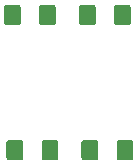
<source format=gtp>
G04 #@! TF.GenerationSoftware,KiCad,Pcbnew,5.1.2-f72e74a~84~ubuntu16.04.1*
G04 #@! TF.CreationDate,2019-07-13T03:40:42-04:00*
G04 #@! TF.ProjectId,arcade_joystick_pcb,61726361-6465-45f6-9a6f-79737469636b,rev?*
G04 #@! TF.SameCoordinates,Original*
G04 #@! TF.FileFunction,Paste,Top*
G04 #@! TF.FilePolarity,Positive*
%FSLAX46Y46*%
G04 Gerber Fmt 4.6, Leading zero omitted, Abs format (unit mm)*
G04 Created by KiCad (PCBNEW 5.1.2-f72e74a~84~ubuntu16.04.1) date 2019-07-13 03:40:42*
%MOMM*%
%LPD*%
G04 APERTURE LIST*
%ADD10C,0.100000*%
%ADD11C,1.425000*%
G04 APERTURE END LIST*
D10*
G36*
X129174504Y-95011204D02*
G01*
X129198773Y-95014804D01*
X129222571Y-95020765D01*
X129245671Y-95029030D01*
X129267849Y-95039520D01*
X129288893Y-95052133D01*
X129308598Y-95066747D01*
X129326777Y-95083223D01*
X129343253Y-95101402D01*
X129357867Y-95121107D01*
X129370480Y-95142151D01*
X129380970Y-95164329D01*
X129389235Y-95187429D01*
X129395196Y-95211227D01*
X129398796Y-95235496D01*
X129400000Y-95260000D01*
X129400000Y-96510000D01*
X129398796Y-96534504D01*
X129395196Y-96558773D01*
X129389235Y-96582571D01*
X129380970Y-96605671D01*
X129370480Y-96627849D01*
X129357867Y-96648893D01*
X129343253Y-96668598D01*
X129326777Y-96686777D01*
X129308598Y-96703253D01*
X129288893Y-96717867D01*
X129267849Y-96730480D01*
X129245671Y-96740970D01*
X129222571Y-96749235D01*
X129198773Y-96755196D01*
X129174504Y-96758796D01*
X129150000Y-96760000D01*
X128225000Y-96760000D01*
X128200496Y-96758796D01*
X128176227Y-96755196D01*
X128152429Y-96749235D01*
X128129329Y-96740970D01*
X128107151Y-96730480D01*
X128086107Y-96717867D01*
X128066402Y-96703253D01*
X128048223Y-96686777D01*
X128031747Y-96668598D01*
X128017133Y-96648893D01*
X128004520Y-96627849D01*
X127994030Y-96605671D01*
X127985765Y-96582571D01*
X127979804Y-96558773D01*
X127976204Y-96534504D01*
X127975000Y-96510000D01*
X127975000Y-95260000D01*
X127976204Y-95235496D01*
X127979804Y-95211227D01*
X127985765Y-95187429D01*
X127994030Y-95164329D01*
X128004520Y-95142151D01*
X128017133Y-95121107D01*
X128031747Y-95101402D01*
X128048223Y-95083223D01*
X128066402Y-95066747D01*
X128086107Y-95052133D01*
X128107151Y-95039520D01*
X128129329Y-95029030D01*
X128152429Y-95020765D01*
X128176227Y-95014804D01*
X128200496Y-95011204D01*
X128225000Y-95010000D01*
X129150000Y-95010000D01*
X129174504Y-95011204D01*
X129174504Y-95011204D01*
G37*
D11*
X128687500Y-95885000D03*
D10*
G36*
X132149504Y-95011204D02*
G01*
X132173773Y-95014804D01*
X132197571Y-95020765D01*
X132220671Y-95029030D01*
X132242849Y-95039520D01*
X132263893Y-95052133D01*
X132283598Y-95066747D01*
X132301777Y-95083223D01*
X132318253Y-95101402D01*
X132332867Y-95121107D01*
X132345480Y-95142151D01*
X132355970Y-95164329D01*
X132364235Y-95187429D01*
X132370196Y-95211227D01*
X132373796Y-95235496D01*
X132375000Y-95260000D01*
X132375000Y-96510000D01*
X132373796Y-96534504D01*
X132370196Y-96558773D01*
X132364235Y-96582571D01*
X132355970Y-96605671D01*
X132345480Y-96627849D01*
X132332867Y-96648893D01*
X132318253Y-96668598D01*
X132301777Y-96686777D01*
X132283598Y-96703253D01*
X132263893Y-96717867D01*
X132242849Y-96730480D01*
X132220671Y-96740970D01*
X132197571Y-96749235D01*
X132173773Y-96755196D01*
X132149504Y-96758796D01*
X132125000Y-96760000D01*
X131200000Y-96760000D01*
X131175496Y-96758796D01*
X131151227Y-96755196D01*
X131127429Y-96749235D01*
X131104329Y-96740970D01*
X131082151Y-96730480D01*
X131061107Y-96717867D01*
X131041402Y-96703253D01*
X131023223Y-96686777D01*
X131006747Y-96668598D01*
X130992133Y-96648893D01*
X130979520Y-96627849D01*
X130969030Y-96605671D01*
X130960765Y-96582571D01*
X130954804Y-96558773D01*
X130951204Y-96534504D01*
X130950000Y-96510000D01*
X130950000Y-95260000D01*
X130951204Y-95235496D01*
X130954804Y-95211227D01*
X130960765Y-95187429D01*
X130969030Y-95164329D01*
X130979520Y-95142151D01*
X130992133Y-95121107D01*
X131006747Y-95101402D01*
X131023223Y-95083223D01*
X131041402Y-95066747D01*
X131061107Y-95052133D01*
X131082151Y-95039520D01*
X131104329Y-95029030D01*
X131127429Y-95020765D01*
X131151227Y-95014804D01*
X131175496Y-95011204D01*
X131200000Y-95010000D01*
X132125000Y-95010000D01*
X132149504Y-95011204D01*
X132149504Y-95011204D01*
G37*
D11*
X131662500Y-95885000D03*
D10*
G36*
X138282004Y-83581204D02*
G01*
X138306273Y-83584804D01*
X138330071Y-83590765D01*
X138353171Y-83599030D01*
X138375349Y-83609520D01*
X138396393Y-83622133D01*
X138416098Y-83636747D01*
X138434277Y-83653223D01*
X138450753Y-83671402D01*
X138465367Y-83691107D01*
X138477980Y-83712151D01*
X138488470Y-83734329D01*
X138496735Y-83757429D01*
X138502696Y-83781227D01*
X138506296Y-83805496D01*
X138507500Y-83830000D01*
X138507500Y-85080000D01*
X138506296Y-85104504D01*
X138502696Y-85128773D01*
X138496735Y-85152571D01*
X138488470Y-85175671D01*
X138477980Y-85197849D01*
X138465367Y-85218893D01*
X138450753Y-85238598D01*
X138434277Y-85256777D01*
X138416098Y-85273253D01*
X138396393Y-85287867D01*
X138375349Y-85300480D01*
X138353171Y-85310970D01*
X138330071Y-85319235D01*
X138306273Y-85325196D01*
X138282004Y-85328796D01*
X138257500Y-85330000D01*
X137332500Y-85330000D01*
X137307996Y-85328796D01*
X137283727Y-85325196D01*
X137259929Y-85319235D01*
X137236829Y-85310970D01*
X137214651Y-85300480D01*
X137193607Y-85287867D01*
X137173902Y-85273253D01*
X137155723Y-85256777D01*
X137139247Y-85238598D01*
X137124633Y-85218893D01*
X137112020Y-85197849D01*
X137101530Y-85175671D01*
X137093265Y-85152571D01*
X137087304Y-85128773D01*
X137083704Y-85104504D01*
X137082500Y-85080000D01*
X137082500Y-83830000D01*
X137083704Y-83805496D01*
X137087304Y-83781227D01*
X137093265Y-83757429D01*
X137101530Y-83734329D01*
X137112020Y-83712151D01*
X137124633Y-83691107D01*
X137139247Y-83671402D01*
X137155723Y-83653223D01*
X137173902Y-83636747D01*
X137193607Y-83622133D01*
X137214651Y-83609520D01*
X137236829Y-83599030D01*
X137259929Y-83590765D01*
X137283727Y-83584804D01*
X137307996Y-83581204D01*
X137332500Y-83580000D01*
X138257500Y-83580000D01*
X138282004Y-83581204D01*
X138282004Y-83581204D01*
G37*
D11*
X137795000Y-84455000D03*
D10*
G36*
X135307004Y-83581204D02*
G01*
X135331273Y-83584804D01*
X135355071Y-83590765D01*
X135378171Y-83599030D01*
X135400349Y-83609520D01*
X135421393Y-83622133D01*
X135441098Y-83636747D01*
X135459277Y-83653223D01*
X135475753Y-83671402D01*
X135490367Y-83691107D01*
X135502980Y-83712151D01*
X135513470Y-83734329D01*
X135521735Y-83757429D01*
X135527696Y-83781227D01*
X135531296Y-83805496D01*
X135532500Y-83830000D01*
X135532500Y-85080000D01*
X135531296Y-85104504D01*
X135527696Y-85128773D01*
X135521735Y-85152571D01*
X135513470Y-85175671D01*
X135502980Y-85197849D01*
X135490367Y-85218893D01*
X135475753Y-85238598D01*
X135459277Y-85256777D01*
X135441098Y-85273253D01*
X135421393Y-85287867D01*
X135400349Y-85300480D01*
X135378171Y-85310970D01*
X135355071Y-85319235D01*
X135331273Y-85325196D01*
X135307004Y-85328796D01*
X135282500Y-85330000D01*
X134357500Y-85330000D01*
X134332996Y-85328796D01*
X134308727Y-85325196D01*
X134284929Y-85319235D01*
X134261829Y-85310970D01*
X134239651Y-85300480D01*
X134218607Y-85287867D01*
X134198902Y-85273253D01*
X134180723Y-85256777D01*
X134164247Y-85238598D01*
X134149633Y-85218893D01*
X134137020Y-85197849D01*
X134126530Y-85175671D01*
X134118265Y-85152571D01*
X134112304Y-85128773D01*
X134108704Y-85104504D01*
X134107500Y-85080000D01*
X134107500Y-83830000D01*
X134108704Y-83805496D01*
X134112304Y-83781227D01*
X134118265Y-83757429D01*
X134126530Y-83734329D01*
X134137020Y-83712151D01*
X134149633Y-83691107D01*
X134164247Y-83671402D01*
X134180723Y-83653223D01*
X134198902Y-83636747D01*
X134218607Y-83622133D01*
X134239651Y-83609520D01*
X134261829Y-83599030D01*
X134284929Y-83590765D01*
X134308727Y-83584804D01*
X134332996Y-83581204D01*
X134357500Y-83580000D01*
X135282500Y-83580000D01*
X135307004Y-83581204D01*
X135307004Y-83581204D01*
G37*
D11*
X134820000Y-84455000D03*
D10*
G36*
X135524504Y-95011204D02*
G01*
X135548773Y-95014804D01*
X135572571Y-95020765D01*
X135595671Y-95029030D01*
X135617849Y-95039520D01*
X135638893Y-95052133D01*
X135658598Y-95066747D01*
X135676777Y-95083223D01*
X135693253Y-95101402D01*
X135707867Y-95121107D01*
X135720480Y-95142151D01*
X135730970Y-95164329D01*
X135739235Y-95187429D01*
X135745196Y-95211227D01*
X135748796Y-95235496D01*
X135750000Y-95260000D01*
X135750000Y-96510000D01*
X135748796Y-96534504D01*
X135745196Y-96558773D01*
X135739235Y-96582571D01*
X135730970Y-96605671D01*
X135720480Y-96627849D01*
X135707867Y-96648893D01*
X135693253Y-96668598D01*
X135676777Y-96686777D01*
X135658598Y-96703253D01*
X135638893Y-96717867D01*
X135617849Y-96730480D01*
X135595671Y-96740970D01*
X135572571Y-96749235D01*
X135548773Y-96755196D01*
X135524504Y-96758796D01*
X135500000Y-96760000D01*
X134575000Y-96760000D01*
X134550496Y-96758796D01*
X134526227Y-96755196D01*
X134502429Y-96749235D01*
X134479329Y-96740970D01*
X134457151Y-96730480D01*
X134436107Y-96717867D01*
X134416402Y-96703253D01*
X134398223Y-96686777D01*
X134381747Y-96668598D01*
X134367133Y-96648893D01*
X134354520Y-96627849D01*
X134344030Y-96605671D01*
X134335765Y-96582571D01*
X134329804Y-96558773D01*
X134326204Y-96534504D01*
X134325000Y-96510000D01*
X134325000Y-95260000D01*
X134326204Y-95235496D01*
X134329804Y-95211227D01*
X134335765Y-95187429D01*
X134344030Y-95164329D01*
X134354520Y-95142151D01*
X134367133Y-95121107D01*
X134381747Y-95101402D01*
X134398223Y-95083223D01*
X134416402Y-95066747D01*
X134436107Y-95052133D01*
X134457151Y-95039520D01*
X134479329Y-95029030D01*
X134502429Y-95020765D01*
X134526227Y-95014804D01*
X134550496Y-95011204D01*
X134575000Y-95010000D01*
X135500000Y-95010000D01*
X135524504Y-95011204D01*
X135524504Y-95011204D01*
G37*
D11*
X135037500Y-95885000D03*
D10*
G36*
X138499504Y-95011204D02*
G01*
X138523773Y-95014804D01*
X138547571Y-95020765D01*
X138570671Y-95029030D01*
X138592849Y-95039520D01*
X138613893Y-95052133D01*
X138633598Y-95066747D01*
X138651777Y-95083223D01*
X138668253Y-95101402D01*
X138682867Y-95121107D01*
X138695480Y-95142151D01*
X138705970Y-95164329D01*
X138714235Y-95187429D01*
X138720196Y-95211227D01*
X138723796Y-95235496D01*
X138725000Y-95260000D01*
X138725000Y-96510000D01*
X138723796Y-96534504D01*
X138720196Y-96558773D01*
X138714235Y-96582571D01*
X138705970Y-96605671D01*
X138695480Y-96627849D01*
X138682867Y-96648893D01*
X138668253Y-96668598D01*
X138651777Y-96686777D01*
X138633598Y-96703253D01*
X138613893Y-96717867D01*
X138592849Y-96730480D01*
X138570671Y-96740970D01*
X138547571Y-96749235D01*
X138523773Y-96755196D01*
X138499504Y-96758796D01*
X138475000Y-96760000D01*
X137550000Y-96760000D01*
X137525496Y-96758796D01*
X137501227Y-96755196D01*
X137477429Y-96749235D01*
X137454329Y-96740970D01*
X137432151Y-96730480D01*
X137411107Y-96717867D01*
X137391402Y-96703253D01*
X137373223Y-96686777D01*
X137356747Y-96668598D01*
X137342133Y-96648893D01*
X137329520Y-96627849D01*
X137319030Y-96605671D01*
X137310765Y-96582571D01*
X137304804Y-96558773D01*
X137301204Y-96534504D01*
X137300000Y-96510000D01*
X137300000Y-95260000D01*
X137301204Y-95235496D01*
X137304804Y-95211227D01*
X137310765Y-95187429D01*
X137319030Y-95164329D01*
X137329520Y-95142151D01*
X137342133Y-95121107D01*
X137356747Y-95101402D01*
X137373223Y-95083223D01*
X137391402Y-95066747D01*
X137411107Y-95052133D01*
X137432151Y-95039520D01*
X137454329Y-95029030D01*
X137477429Y-95020765D01*
X137501227Y-95014804D01*
X137525496Y-95011204D01*
X137550000Y-95010000D01*
X138475000Y-95010000D01*
X138499504Y-95011204D01*
X138499504Y-95011204D01*
G37*
D11*
X138012500Y-95885000D03*
D10*
G36*
X131932004Y-83581204D02*
G01*
X131956273Y-83584804D01*
X131980071Y-83590765D01*
X132003171Y-83599030D01*
X132025349Y-83609520D01*
X132046393Y-83622133D01*
X132066098Y-83636747D01*
X132084277Y-83653223D01*
X132100753Y-83671402D01*
X132115367Y-83691107D01*
X132127980Y-83712151D01*
X132138470Y-83734329D01*
X132146735Y-83757429D01*
X132152696Y-83781227D01*
X132156296Y-83805496D01*
X132157500Y-83830000D01*
X132157500Y-85080000D01*
X132156296Y-85104504D01*
X132152696Y-85128773D01*
X132146735Y-85152571D01*
X132138470Y-85175671D01*
X132127980Y-85197849D01*
X132115367Y-85218893D01*
X132100753Y-85238598D01*
X132084277Y-85256777D01*
X132066098Y-85273253D01*
X132046393Y-85287867D01*
X132025349Y-85300480D01*
X132003171Y-85310970D01*
X131980071Y-85319235D01*
X131956273Y-85325196D01*
X131932004Y-85328796D01*
X131907500Y-85330000D01*
X130982500Y-85330000D01*
X130957996Y-85328796D01*
X130933727Y-85325196D01*
X130909929Y-85319235D01*
X130886829Y-85310970D01*
X130864651Y-85300480D01*
X130843607Y-85287867D01*
X130823902Y-85273253D01*
X130805723Y-85256777D01*
X130789247Y-85238598D01*
X130774633Y-85218893D01*
X130762020Y-85197849D01*
X130751530Y-85175671D01*
X130743265Y-85152571D01*
X130737304Y-85128773D01*
X130733704Y-85104504D01*
X130732500Y-85080000D01*
X130732500Y-83830000D01*
X130733704Y-83805496D01*
X130737304Y-83781227D01*
X130743265Y-83757429D01*
X130751530Y-83734329D01*
X130762020Y-83712151D01*
X130774633Y-83691107D01*
X130789247Y-83671402D01*
X130805723Y-83653223D01*
X130823902Y-83636747D01*
X130843607Y-83622133D01*
X130864651Y-83609520D01*
X130886829Y-83599030D01*
X130909929Y-83590765D01*
X130933727Y-83584804D01*
X130957996Y-83581204D01*
X130982500Y-83580000D01*
X131907500Y-83580000D01*
X131932004Y-83581204D01*
X131932004Y-83581204D01*
G37*
D11*
X131445000Y-84455000D03*
D10*
G36*
X128957004Y-83581204D02*
G01*
X128981273Y-83584804D01*
X129005071Y-83590765D01*
X129028171Y-83599030D01*
X129050349Y-83609520D01*
X129071393Y-83622133D01*
X129091098Y-83636747D01*
X129109277Y-83653223D01*
X129125753Y-83671402D01*
X129140367Y-83691107D01*
X129152980Y-83712151D01*
X129163470Y-83734329D01*
X129171735Y-83757429D01*
X129177696Y-83781227D01*
X129181296Y-83805496D01*
X129182500Y-83830000D01*
X129182500Y-85080000D01*
X129181296Y-85104504D01*
X129177696Y-85128773D01*
X129171735Y-85152571D01*
X129163470Y-85175671D01*
X129152980Y-85197849D01*
X129140367Y-85218893D01*
X129125753Y-85238598D01*
X129109277Y-85256777D01*
X129091098Y-85273253D01*
X129071393Y-85287867D01*
X129050349Y-85300480D01*
X129028171Y-85310970D01*
X129005071Y-85319235D01*
X128981273Y-85325196D01*
X128957004Y-85328796D01*
X128932500Y-85330000D01*
X128007500Y-85330000D01*
X127982996Y-85328796D01*
X127958727Y-85325196D01*
X127934929Y-85319235D01*
X127911829Y-85310970D01*
X127889651Y-85300480D01*
X127868607Y-85287867D01*
X127848902Y-85273253D01*
X127830723Y-85256777D01*
X127814247Y-85238598D01*
X127799633Y-85218893D01*
X127787020Y-85197849D01*
X127776530Y-85175671D01*
X127768265Y-85152571D01*
X127762304Y-85128773D01*
X127758704Y-85104504D01*
X127757500Y-85080000D01*
X127757500Y-83830000D01*
X127758704Y-83805496D01*
X127762304Y-83781227D01*
X127768265Y-83757429D01*
X127776530Y-83734329D01*
X127787020Y-83712151D01*
X127799633Y-83691107D01*
X127814247Y-83671402D01*
X127830723Y-83653223D01*
X127848902Y-83636747D01*
X127868607Y-83622133D01*
X127889651Y-83609520D01*
X127911829Y-83599030D01*
X127934929Y-83590765D01*
X127958727Y-83584804D01*
X127982996Y-83581204D01*
X128007500Y-83580000D01*
X128932500Y-83580000D01*
X128957004Y-83581204D01*
X128957004Y-83581204D01*
G37*
D11*
X128470000Y-84455000D03*
M02*

</source>
